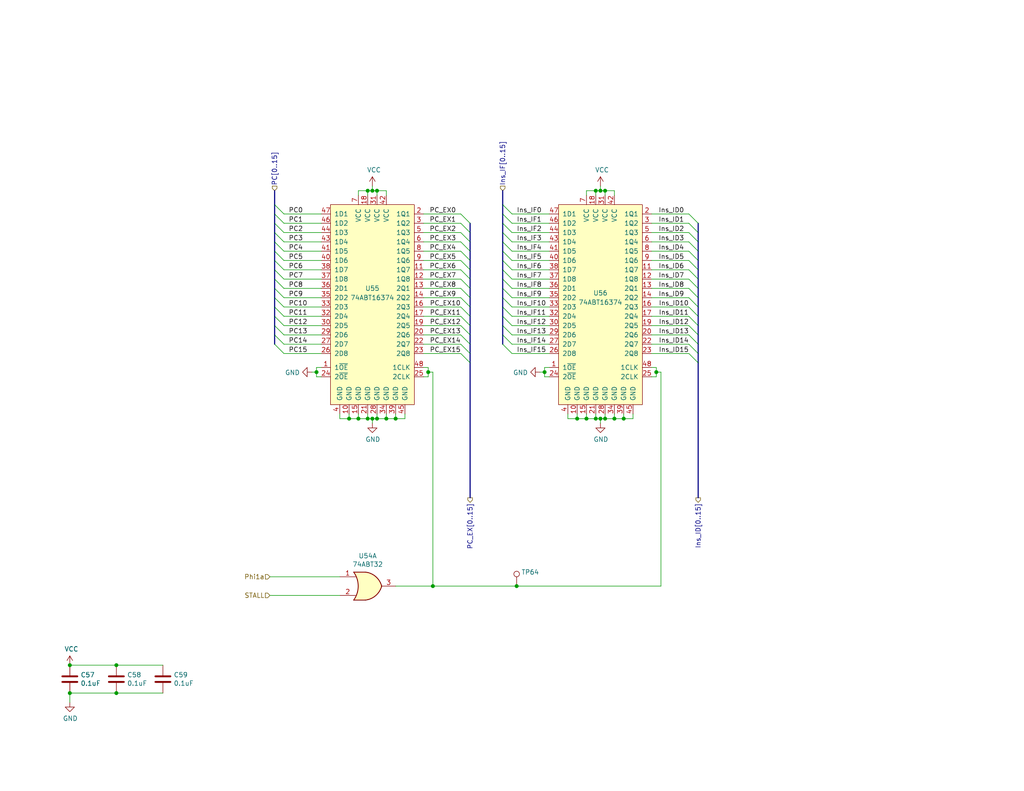
<source format=kicad_sch>
(kicad_sch (version 20230121) (generator eeschema)
  (paper "USLetter")
  (title_block (title "IF/ID") (date "2023-11-25") (rev "A") (comment 4 "Interstage pipeline registers between IF and ID"))
  (lib_symbols
    (symbol "Connector:TestPoint" (pin_numbers hide) (pin_names (offset 0.762) hide)
      (property "Reference" "TP" (at 0 6.858 0))
      (property "Value" "TestPoint" (at 0 5.08 0))
      (symbol "TestPoint_0_1"
        (circle (center 0 3.302) (radius 0.762))
      )
      (symbol "TestPoint_1_1"
        (pin passive line (at 0 0 90) (length 2.54) (name "1") (number "1"))
      )
    )
    (symbol "Device:C" (pin_numbers hide) (pin_names (offset 0.254))
      (property "Reference" "C" (at 0.635 2.54 0))
      (property "Value" "C" (at 0.635 -2.54 0))
      (symbol "C_0_1"
        (polyline (pts (xy -2.032 -0.762) (xy 2.032 -0.762)) (stroke (width 0.508)))
        (polyline (pts (xy -2.032 0.762) (xy 2.032 0.762)) (stroke (width 0.508)))
      )
      (symbol "C_1_1"
        (pin passive line (at 0 3.81 270) (length 2.794) (name "~") (number "1"))
        (pin passive line (at 0 -3.81 90) (length 2.794) (name "~") (number "2"))
      )
    )
    (symbol "Turtle16:74ABT16374" (pin_names (offset 1.016))
      (symbol "74ABT16374_0_0"
        (pin input line (at -13.97 -20.32 0) (length 2.54) (name "1~{OE}") (number "1"))
        (pin power_in line (at -6.35 -33.02 90) (length 2.54) (name "GND") (number "10"))
        (pin tri_state line (at 13.97 6.35 180) (length 2.54) (name "1Q7") (number "11"))
        (pin tri_state line (at 13.97 3.81 180) (length 2.54) (name "1Q8") (number "12"))
        (pin tri_state line (at 13.97 1.27 180) (length 2.54) (name "2Q1") (number "13"))
        (pin tri_state line (at 13.97 -1.27 180) (length 2.54) (name "2Q2") (number "14"))
        (pin power_in line (at -3.81 -33.02 90) (length 2.54) (name "GND") (number "15"))
        (pin tri_state line (at 13.97 -3.81 180) (length 2.54) (name "2Q3") (number "16"))
        (pin tri_state line (at 13.97 -6.35 180) (length 2.54) (name "2Q4") (number "17"))
        (pin power_in line (at -1.27 26.67 270) (length 2.54) (name "VCC") (number "18"))
        (pin tri_state line (at 13.97 -8.89 180) (length 2.54) (name "2Q5") (number "19"))
        (pin tri_state line (at 13.97 21.59 180) (length 2.54) (name "1Q1") (number "2"))
        (pin tri_state line (at 13.97 -11.43 180) (length 2.54) (name "2Q6") (number "20"))
        (pin power_in line (at -1.27 -33.02 90) (length 2.54) (name "GND") (number "21"))
        (pin tri_state line (at 13.97 -13.97 180) (length 2.54) (name "2Q7") (number "22"))
        (pin tri_state line (at 13.97 -16.51 180) (length 2.54) (name "2Q8") (number "23"))
        (pin input line (at -13.97 -22.86 0) (length 2.54) (name "2~{OE}") (number "24"))
        (pin input line (at 13.97 -22.86 180) (length 2.54) (name "2CLK") (number "25"))
        (pin input line (at -13.97 -16.51 0) (length 2.54) (name "2D8") (number "26"))
        (pin input line (at -13.97 -13.97 0) (length 2.54) (name "2D7") (number "27"))
        (pin power_in line (at 1.27 -33.02 90) (length 2.54) (name "GND") (number "28"))
        (pin input line (at -13.97 -11.43 0) (length 2.54) (name "2D6") (number "29"))
        (pin tri_state line (at 13.97 19.05 180) (length 2.54) (name "1Q2") (number "3"))
        (pin input line (at -13.97 -8.89 0) (length 2.54) (name "2D5") (number "30"))
        (pin power_in line (at 1.27 26.67 270) (length 2.54) (name "VCC") (number "31"))
        (pin input line (at -13.97 -6.35 0) (length 2.54) (name "2D4") (number "32"))
        (pin input line (at -13.97 -3.81 0) (length 2.54) (name "2D3") (number "33"))
        (pin power_in line (at 3.81 -33.02 90) (length 2.54) (name "GND") (number "34"))
        (pin input line (at -13.97 -1.27 0) (length 2.54) (name "2D2") (number "35"))
        (pin input line (at -13.97 1.27 0) (length 2.54) (name "2D1") (number "36"))
        (pin input line (at -13.97 3.81 0) (length 2.54) (name "1D8") (number "37"))
        (pin input line (at -13.97 6.35 0) (length 2.54) (name "1D7") (number "38"))
        (pin power_in line (at 6.35 -33.02 90) (length 2.54) (name "GND") (number "39"))
        (pin power_in line (at -8.89 -33.02 90) (length 2.54) (name "GND") (number "4"))
        (pin input line (at -13.97 8.89 0) (length 2.54) (name "1D6") (number "40"))
        (pin input line (at -13.97 11.43 0) (length 2.54) (name "1D5") (number "41"))
        (pin power_in line (at 3.81 26.67 270) (length 2.54) (name "VCC") (number "42"))
        (pin input line (at -13.97 13.97 0) (length 2.54) (name "1D4") (number "43"))
        (pin input line (at -13.97 16.51 0) (length 2.54) (name "1D3") (number "44"))
        (pin power_in line (at 8.89 -33.02 90) (length 2.54) (name "GND") (number "45"))
        (pin input line (at -13.97 19.05 0) (length 2.54) (name "1D2") (number "46"))
        (pin input line (at -13.97 21.59 0) (length 2.54) (name "1D1") (number "47"))
        (pin input line (at 13.97 -20.32 180) (length 2.54) (name "1CLK") (number "48"))
        (pin tri_state line (at 13.97 16.51 180) (length 2.54) (name "1Q3") (number "5"))
        (pin tri_state line (at 13.97 13.97 180) (length 2.54) (name "1Q4") (number "6"))
        (pin power_in line (at -3.81 26.67 270) (length 2.54) (name "VCC") (number "7"))
        (pin tri_state line (at 13.97 11.43 180) (length 2.54) (name "1Q5") (number "8"))
        (pin tri_state line (at 13.97 8.89 180) (length 2.54) (name "1Q6") (number "9"))
      )
      (symbol "74ABT16374_0_1"
        (rectangle (start -11.43 24.13) (end 11.43 -30.48) (fill (type background)))
      )
    )
    (symbol "Turtle16:74ABT32" (pin_names (offset 1.016))
      (property "Reference" "U" (at 0 1.27 0))
      (property "Value" "74ABT32" (at 0 -1.27 0))
      (symbol "74ABT32_1_1"
        (arc (start -3.81 -3.81) (mid -2.589 0) (end -3.81 3.81) (stroke (width 0.254)))
        (arc (start -0.6096 -3.81) (mid 2.1842 -2.5851) (end 3.81 0) (stroke (width 0.254)) (fill (type background)))
        (polyline (pts (xy -3.81 -3.81) (xy -0.635 -3.81)) (stroke (width 0.254)) (fill (type background)))
        (polyline (pts (xy -3.81 3.81) (xy -0.635 3.81)) (stroke (width 0.254)) (fill (type background)))
        (polyline (pts (xy -0.635 3.81) (xy -3.81 3.81) (xy -3.81 3.81) (xy -3.556 3.4036) (xy -3.0226 2.2606) (xy -2.6924 1.0414) (xy -2.6162 -0.254) (xy -2.7686 -1.4986) (xy -3.175 -2.7178) (xy -3.81 -3.81) (xy -3.81 -3.81) (xy -0.635 -3.81)) (stroke (width -25.4)) (fill (type background)))
        (arc (start 3.81 0) (mid 2.1915 2.5936) (end -0.6096 3.81) (stroke (width 0.254)) (fill (type background)))
        (pin input line (at -7.62 2.54 0) (length 4.318) (name "~") (number "1"))
        (pin input line (at -7.62 -2.54 0) (length 4.318) (name "~") (number "2"))
        (pin output line (at 7.62 0 180) (length 3.81) (name "~") (number "3"))
      )
      (symbol "74ABT32_1_2"
        (arc (start 0 -3.81) (mid 3.7934 0) (end 0 3.81) (stroke (width 0.254)) (fill (type background)))
        (polyline (pts (xy 0 3.81) (xy -3.81 3.81) (xy -3.81 -3.81) (xy 0 -3.81)) (stroke (width 0.254)) (fill (type background)))
        (pin input inverted (at -7.62 2.54 0) (length 3.81) (name "~") (number "1"))
        (pin input inverted (at -7.62 -2.54 0) (length 3.81) (name "~") (number "2"))
        (pin output inverted (at 7.62 0 180) (length 3.81) (name "~") (number "3"))
      )
      (symbol "74ABT32_2_1"
        (arc (start -3.81 -3.81) (mid -2.589 0) (end -3.81 3.81) (stroke (width 0.254)))
        (arc (start -0.6096 -3.81) (mid 2.1842 -2.5851) (end 3.81 0) (stroke (width 0.254)) (fill (type background)))
        (polyline (pts (xy -3.81 -3.81) (xy -0.635 -3.81)) (stroke (width 0.254)) (fill (type background)))
        (polyline (pts (xy -3.81 3.81) (xy -0.635 3.81)) (stroke (width 0.254)) (fill (type background)))
        (polyline (pts (xy -0.635 3.81) (xy -3.81 3.81) (xy -3.81 3.81) (xy -3.556 3.4036) (xy -3.0226 2.2606) (xy -2.6924 1.0414) (xy -2.6162 -0.254) (xy -2.7686 -1.4986) (xy -3.175 -2.7178) (xy -3.81 -3.81) (xy -3.81 -3.81) (xy -0.635 -3.81)) (stroke (width -25.4)) (fill (type background)))
        (arc (start 3.81 0) (mid 2.1915 2.5936) (end -0.6096 3.81) (stroke (width 0.254)) (fill (type background)))
        (pin input line (at -7.62 2.54 0) (length 4.318) (name "~") (number "4"))
        (pin input line (at -7.62 -2.54 0) (length 4.318) (name "~") (number "5"))
        (pin output line (at 7.62 0 180) (length 3.81) (name "~") (number "6"))
      )
      (symbol "74ABT32_2_2"
        (arc (start 0 -3.81) (mid 3.7934 0) (end 0 3.81) (stroke (width 0.254)) (fill (type background)))
        (polyline (pts (xy 0 3.81) (xy -3.81 3.81) (xy -3.81 -3.81) (xy 0 -3.81)) (stroke (width 0.254)) (fill (type background)))
        (pin input inverted (at -7.62 2.54 0) (length 3.81) (name "~") (number "4"))
        (pin input inverted (at -7.62 -2.54 0) (length 3.81) (name "~") (number "5"))
        (pin output inverted (at 7.62 0 180) (length 3.81) (name "~") (number "6"))
      )
      (symbol "74ABT32_3_1"
        (arc (start -3.81 -3.81) (mid -2.589 0) (end -3.81 3.81) (stroke (width 0.254)))
        (arc (start -0.6096 -3.81) (mid 2.1842 -2.5851) (end 3.81 0) (stroke (width 0.254)) (fill (type background)))
        (polyline (pts (xy -3.81 -3.81) (xy -0.635 -3.81)) (stroke (width 0.254)) (fill (type background)))
        (polyline (pts (xy -3.81 3.81) (xy -0.635 3.81)) (stroke (width 0.254)) (fill (type background)))
        (polyline (pts (xy -0.635 3.81) (xy -3.81 3.81) (xy -3.81 3.81) (xy -3.556 3.4036) (xy -3.0226 2.2606) (xy -2.6924 1.0414) (xy -2.6162 -0.254) (xy -2.7686 -1.4986) (xy -3.175 -2.7178) (xy -3.81 -3.81) (xy -3.81 -3.81) (xy -0.635 -3.81)) (stroke (width -25.4)) (fill (type background)))
        (arc (start 3.81 0) (mid 2.1915 2.5936) (end -0.6096 3.81) (stroke (width 0.254)) (fill (type background)))
        (pin input line (at -7.62 -2.54 0) (length 4.318) (name "~") (number "10"))
        (pin output line (at 7.62 0 180) (length 3.81) (name "~") (number "8"))
        (pin input line (at -7.62 2.54 0) (length 4.318) (name "~") (number "9"))
      )
      (symbol "74ABT32_3_2"
        (arc (start 0 -3.81) (mid 3.7934 0) (end 0 3.81) (stroke (width 0.254)) (fill (type background)))
        (polyline (pts (xy 0 3.81) (xy -3.81 3.81) (xy -3.81 -3.81) (xy 0 -3.81)) (stroke (width 0.254)) (fill (type background)))
        (pin input inverted (at -7.62 -2.54 0) (length 3.81) (name "~") (number "10"))
        (pin output inverted (at 7.62 0 180) (length 3.81) (name "~") (number "8"))
        (pin input inverted (at -7.62 2.54 0) (length 3.81) (name "~") (number "9"))
      )
      (symbol "74ABT32_4_1"
        (arc (start -3.81 -3.81) (mid -2.589 0) (end -3.81 3.81) (stroke (width 0.254)))
        (arc (start -0.6096 -3.81) (mid 2.1842 -2.5851) (end 3.81 0) (stroke (width 0.254)) (fill (type background)))
        (polyline (pts (xy -3.81 -3.81) (xy -0.635 -3.81)) (stroke (width 0.254)) (fill (type background)))
        (polyline (pts (xy -3.81 3.81) (xy -0.635 3.81)) (stroke (width 0.254)) (fill (type background)))
        (polyline (pts (xy -0.635 3.81) (xy -3.81 3.81) (xy -3.81 3.81) (xy -3.556 3.4036) (xy -3.0226 2.2606) (xy -2.6924 1.0414) (xy -2.6162 -0.254) (xy -2.7686 -1.4986) (xy -3.175 -2.7178) (xy -3.81 -3.81) (xy -3.81 -3.81) (xy -0.635 -3.81)) (stroke (width -25.4)) (fill (type background)))
        (arc (start 3.81 0) (mid 2.1915 2.5936) (end -0.6096 3.81) (stroke (width 0.254)) (fill (type background)))
        (pin output line (at 7.62 0 180) (length 3.81) (name "~") (number "11"))
        (pin input line (at -7.62 2.54 0) (length 4.318) (name "~") (number "12"))
        (pin input line (at -7.62 -2.54 0) (length 4.318) (name "~") (number "13"))
      )
      (symbol "74ABT32_4_2"
        (arc (start 0 -3.81) (mid 3.7934 0) (end 0 3.81) (stroke (width 0.254)) (fill (type background)))
        (polyline (pts (xy 0 3.81) (xy -3.81 3.81) (xy -3.81 -3.81) (xy 0 -3.81)) (stroke (width 0.254)) (fill (type background)))
        (pin output inverted (at 7.62 0 180) (length 3.81) (name "~") (number "11"))
        (pin input inverted (at -7.62 2.54 0) (length 3.81) (name "~") (number "12"))
        (pin input inverted (at -7.62 -2.54 0) (length 3.81) (name "~") (number "13"))
      )
      (symbol "74ABT32_5_0"
        (pin power_in line (at 0 12.7 270) (length 5.08) (name "VCC") (number "14"))
        (pin power_in line (at 0 -12.7 90) (length 5.08) (name "GND") (number "7"))
      )
      (symbol "74ABT32_5_1"
        (rectangle (start -5.08 7.62) (end 5.08 -7.62) (stroke (width 0.254)) (fill (type background)))
      )
    )
    (symbol "power:GND" (power) (pin_names (offset 0))
      (property "Value" "GND" (at 0 -3.81 0))
      (symbol "GND_0_1"
        (polyline (pts (xy 0 0) (xy 0 -1.27) (xy 1.27 -1.27) (xy 0 -2.54) (xy -1.27 -1.27) (xy 0 -1.27)))
      )
      (symbol "GND_1_1"
        (pin power_in line (at 0 0 270) (length 0) hide (name "GND") (number "1"))
      )
    )
    (symbol "power:VCC" (power) (pin_names (offset 0))
      (property "Value" "VCC" (at 0 3.81 0))
      (symbol "VCC_0_1"
        (polyline (pts (xy -0.762 1.27) (xy 0 2.54)))
        (polyline (pts (xy 0 0) (xy 0 2.54)))
        (polyline (pts (xy 0 2.54) (xy 0.762 1.27)))
      )
      (symbol "VCC_1_1"
        (pin power_in line (at 0 0 90) (length 0) hide (name "VCC") (number "1"))
      )
    )
  )
  (junction (at 163.83 52.07))
  (junction (at 95.25 114.3))
  (junction (at 157.48 114.3))
  (junction (at 102.87 114.3))
  (junction (at -25.4 102.87))
  (junction (at 170.18 114.3))
  (junction (at 100.33 52.07))
  (junction (at 116.84 101.6))
  (junction (at 118.11 160.02))
  (junction (at 102.87 52.07))
  (junction (at 105.41 114.3))
  (junction (at 165.1 52.07))
  (junction (at -25.4 118.11))
  (junction (at -25.4 87.63))
  (junction (at 163.83 114.3))
  (junction (at 179.07 101.6))
  (junction (at 165.1 114.3))
  (junction (at 86.36 101.6))
  (junction (at 101.6 114.3))
  (junction (at 140.97 160.02))
  (junction (at -25.4 82.55))
  (junction (at -25.4 113.03))
  (junction (at 148.59 101.6))
  (junction (at 160.02 114.3))
  (junction (at 97.79 114.3))
  (junction (at 162.56 114.3))
  (junction (at 107.95 114.3))
  (junction (at 31.75 189.23))
  (junction (at 162.56 52.07))
  (junction (at 19.05 189.23))
  (junction (at 101.6 52.07))
  (junction (at -25.4 97.79))
  (junction (at 100.33 114.3))
  (junction (at 19.05 181.61))
  (junction (at 31.75 181.61))
  (junction (at 167.64 114.3))
  (no_connect (at -7.62 85.09))
  (no_connect (at -7.62 100.33))
  (no_connect (at -7.62 115.57))
  (bus_entry (at 74.93 68.58) (size 2.54 2.54))
  (bus_entry (at 125.73 88.9) (size 2.54 2.54))
  (bus_entry (at 137.16 63.5) (size 2.54 2.54))
  (bus_entry (at 74.93 86.36) (size 2.54 2.54))
  (bus_entry (at 137.16 76.2) (size 2.54 2.54))
  (bus_entry (at 74.93 63.5) (size 2.54 2.54))
  (bus_entry (at 125.73 66.04) (size 2.54 2.54))
  (bus_entry (at 74.93 93.98) (size 2.54 2.54))
  (bus_entry (at 74.93 66.04) (size 2.54 2.54))
  (bus_entry (at 137.16 71.12) (size 2.54 2.54))
  (bus_entry (at 74.93 55.88) (size 2.54 2.54))
  (bus_entry (at 187.96 63.5) (size 2.54 2.54))
  (bus_entry (at 187.96 78.74) (size 2.54 2.54))
  (bus_entry (at 125.73 73.66) (size 2.54 2.54))
  (bus_entry (at 187.96 68.58) (size 2.54 2.54))
  (bus_entry (at 125.73 96.52) (size 2.54 2.54))
  (bus_entry (at 125.73 58.42) (size 2.54 2.54))
  (bus_entry (at 137.16 81.28) (size 2.54 2.54))
  (bus_entry (at 187.96 93.98) (size 2.54 2.54))
  (bus_entry (at 125.73 91.44) (size 2.54 2.54))
  (bus_entry (at 137.16 55.88) (size 2.54 2.54))
  (bus_entry (at 125.73 71.12) (size 2.54 2.54))
  (bus_entry (at 137.16 60.96) (size 2.54 2.54))
  (bus_entry (at 74.93 58.42) (size 2.54 2.54))
  (bus_entry (at 137.16 83.82) (size 2.54 2.54))
  (bus_entry (at 125.73 76.2) (size 2.54 2.54))
  (bus_entry (at 125.73 78.74) (size 2.54 2.54))
  (bus_entry (at 125.73 81.28) (size 2.54 2.54))
  (bus_entry (at 137.16 66.04) (size 2.54 2.54))
  (bus_entry (at 74.93 60.96) (size 2.54 2.54))
  (bus_entry (at 137.16 88.9) (size 2.54 2.54))
  (bus_entry (at 74.93 91.44) (size 2.54 2.54))
  (bus_entry (at 187.96 66.04) (size 2.54 2.54))
  (bus_entry (at 137.16 91.44) (size 2.54 2.54))
  (bus_entry (at 125.73 68.58) (size 2.54 2.54))
  (bus_entry (at 187.96 96.52) (size 2.54 2.54))
  (bus_entry (at 187.96 58.42) (size 2.54 2.54))
  (bus_entry (at 137.16 58.42) (size 2.54 2.54))
  (bus_entry (at 137.16 73.66) (size 2.54 2.54))
  (bus_entry (at 187.96 86.36) (size 2.54 2.54))
  (bus_entry (at 187.96 71.12) (size 2.54 2.54))
  (bus_entry (at 74.93 81.28) (size 2.54 2.54))
  (bus_entry (at 74.93 73.66) (size 2.54 2.54))
  (bus_entry (at 137.16 78.74) (size 2.54 2.54))
  (bus_entry (at 187.96 88.9) (size 2.54 2.54))
  (bus_entry (at 74.93 76.2) (size 2.54 2.54))
  (bus_entry (at 187.96 91.44) (size 2.54 2.54))
  (bus_entry (at 137.16 68.58) (size 2.54 2.54))
  (bus_entry (at 187.96 76.2) (size 2.54 2.54))
  (bus_entry (at 74.93 78.74) (size 2.54 2.54))
  (bus_entry (at 74.93 88.9) (size 2.54 2.54))
  (bus_entry (at 137.16 86.36) (size 2.54 2.54))
  (bus_entry (at 187.96 73.66) (size 2.54 2.54))
  (bus_entry (at 137.16 93.98) (size 2.54 2.54))
  (bus_entry (at 125.73 93.98) (size 2.54 2.54))
  (bus_entry (at 74.93 71.12) (size 2.54 2.54))
  (bus_entry (at 187.96 81.28) (size 2.54 2.54))
  (bus_entry (at 125.73 63.5) (size 2.54 2.54))
  (bus_entry (at 125.73 83.82) (size 2.54 2.54))
  (bus_entry (at 125.73 60.96) (size 2.54 2.54))
  (bus_entry (at 187.96 83.82) (size 2.54 2.54))
  (bus_entry (at 74.93 83.82) (size 2.54 2.54))
  (bus_entry (at 125.73 86.36) (size 2.54 2.54))
  (bus_entry (at 187.96 60.96) (size 2.54 2.54))
  (wire (pts (xy 139.7 66.04) (xy 149.86 66.04)))
  (wire (pts (xy 187.96 93.98) (xy 177.8 93.98)))
  (wire (pts (xy 139.7 73.66) (xy 149.86 73.66)))
  (wire (pts (xy 187.96 68.58) (xy 177.8 68.58)))
  (wire (pts (xy 179.07 101.6) (xy 180.34 101.6)))
  (bus (pts (xy 74.93 91.44) (xy 74.93 93.98)))
  (bus (pts (xy 128.27 73.66) (xy 128.27 76.2)))
  (wire (pts (xy 160.02 113.03) (xy 160.02 114.3)))
  (wire (pts (xy -22.86 113.03) (xy -25.4 113.03)))
  (wire (pts (xy 125.73 60.96) (xy 115.57 60.96)))
  (wire (pts (xy 187.96 88.9) (xy 177.8 88.9)))
  (wire (pts (xy 101.6 114.3) (xy 102.87 114.3)))
  (bus (pts (xy 137.16 76.2) (xy 137.16 78.74)))
  (wire (pts (xy -22.86 118.11) (xy -25.4 118.11)))
  (wire (pts (xy -25.4 97.79) (xy -25.4 102.87)))
  (bus (pts (xy 128.27 83.82) (xy 128.27 86.36)))
  (wire (pts (xy 187.96 58.42) (xy 177.8 58.42)))
  (wire (pts (xy 100.33 113.03) (xy 100.33 114.3)))
  (bus (pts (xy 74.93 66.04) (xy 74.93 68.58)))
  (wire (pts (xy 97.79 113.03) (xy 97.79 114.3)))
  (wire (pts (xy 31.75 189.23) (xy 19.05 189.23)))
  (bus (pts (xy 190.5 68.58) (xy 190.5 71.12)))
  (wire (pts (xy 187.96 83.82) (xy 177.8 83.82)))
  (bus (pts (xy 137.16 52.07) (xy 137.16 55.88)))
  (bus (pts (xy 137.16 63.5) (xy 137.16 66.04)))
  (wire (pts (xy 139.7 76.2) (xy 149.86 76.2)))
  (wire (pts (xy 165.1 113.03) (xy 165.1 114.3)))
  (bus (pts (xy 137.16 66.04) (xy 137.16 68.58)))
  (bus (pts (xy 74.93 68.58) (xy 74.93 71.12)))
  (bus (pts (xy 190.5 78.74) (xy 190.5 81.28)))
  (bus (pts (xy 190.5 71.12) (xy 190.5 73.66)))
  (wire (pts (xy -25.4 80.01) (xy -25.4 82.55)))
  (wire (pts (xy 163.83 114.3) (xy 163.83 115.57)))
  (wire (pts (xy 77.47 60.96) (xy 87.63 60.96)))
  (wire (pts (xy 77.47 68.58) (xy 87.63 68.58)))
  (wire (pts (xy 187.96 81.28) (xy 177.8 81.28)))
  (bus (pts (xy 137.16 58.42) (xy 137.16 60.96)))
  (bus (pts (xy 137.16 55.88) (xy 137.16 58.42)))
  (wire (pts (xy 157.48 114.3) (xy 160.02 114.3)))
  (wire (pts (xy 125.73 96.52) (xy 115.57 96.52)))
  (wire (pts (xy 77.47 86.36) (xy 87.63 86.36)))
  (wire (pts (xy 105.41 114.3) (xy 107.95 114.3)))
  (bus (pts (xy 74.93 55.88) (xy 74.93 58.42)))
  (bus (pts (xy 74.93 71.12) (xy 74.93 73.66)))
  (wire (pts (xy 157.48 113.03) (xy 157.48 114.3)))
  (wire (pts (xy 148.59 100.33) (xy 148.59 101.6)))
  (wire (pts (xy 179.07 101.6) (xy 179.07 102.87)))
  (wire (pts (xy 148.59 101.6) (xy 147.32 101.6)))
  (wire (pts (xy 102.87 114.3) (xy 105.41 114.3)))
  (wire (pts (xy 163.83 114.3) (xy 165.1 114.3)))
  (wire (pts (xy 125.73 78.74) (xy 115.57 78.74)))
  (wire (pts (xy 125.73 93.98) (xy 115.57 93.98)))
  (bus (pts (xy 190.5 93.98) (xy 190.5 96.52)))
  (wire (pts (xy 160.02 52.07) (xy 162.56 52.07)))
  (bus (pts (xy 128.27 78.74) (xy 128.27 81.28)))
  (wire (pts (xy 77.47 66.04) (xy 87.63 66.04)))
  (wire (pts (xy 165.1 52.07) (xy 167.64 52.07)))
  (wire (pts (xy 92.71 114.3) (xy 95.25 114.3)))
  (wire (pts (xy 139.7 83.82) (xy 149.86 83.82)))
  (wire (pts (xy 116.84 100.33) (xy 116.84 101.6)))
  (bus (pts (xy 137.16 83.82) (xy 137.16 86.36)))
  (wire (pts (xy 187.96 63.5) (xy 177.8 63.5)))
  (wire (pts (xy 92.71 162.56) (xy 73.66 162.56)))
  (bus (pts (xy 74.93 63.5) (xy 74.93 66.04)))
  (wire (pts (xy -22.86 87.63) (xy -25.4 87.63)))
  (bus (pts (xy 137.16 71.12) (xy 137.16 73.66)))
  (wire (pts (xy 77.47 78.74) (xy 87.63 78.74)))
  (wire (pts (xy 139.7 68.58) (xy 149.86 68.58)))
  (bus (pts (xy 128.27 96.52) (xy 128.27 99.06)))
  (wire (pts (xy 97.79 53.34) (xy 97.79 52.07)))
  (bus (pts (xy 137.16 60.96) (xy 137.16 63.5)))
  (wire (pts (xy 116.84 101.6) (xy 118.11 101.6)))
  (wire (pts (xy 163.83 50.8) (xy 163.83 52.07)))
  (wire (pts (xy 163.83 52.07) (xy 165.1 52.07)))
  (wire (pts (xy 100.33 53.34) (xy 100.33 52.07)))
  (bus (pts (xy 74.93 86.36) (xy 74.93 88.9)))
  (wire (pts (xy 100.33 52.07) (xy 101.6 52.07)))
  (wire (pts (xy 77.47 71.12) (xy 87.63 71.12)))
  (wire (pts (xy 31.75 181.61) (xy 44.45 181.61)))
  (bus (pts (xy 137.16 73.66) (xy 137.16 76.2)))
  (wire (pts (xy 125.73 81.28) (xy 115.57 81.28)))
  (bus (pts (xy 74.93 88.9) (xy 74.93 91.44)))
  (wire (pts (xy 139.7 58.42) (xy 149.86 58.42)))
  (wire (pts (xy 125.73 88.9) (xy 115.57 88.9)))
  (wire (pts (xy 110.49 114.3) (xy 110.49 113.03)))
  (bus (pts (xy 74.93 58.42) (xy 74.93 60.96)))
  (wire (pts (xy 77.47 58.42) (xy 87.63 58.42)))
  (wire (pts (xy 165.1 53.34) (xy 165.1 52.07)))
  (wire (pts (xy 149.86 100.33) (xy 148.59 100.33)))
  (bus (pts (xy 128.27 60.96) (xy 128.27 63.5)))
  (wire (pts (xy 125.73 58.42) (xy 115.57 58.42)))
  (bus (pts (xy 74.93 78.74) (xy 74.93 81.28)))
  (wire (pts (xy 187.96 96.52) (xy 177.8 96.52)))
  (wire (pts (xy 77.47 83.82) (xy 87.63 83.82)))
  (bus (pts (xy 190.5 73.66) (xy 190.5 76.2)))
  (wire (pts (xy 101.6 50.8) (xy 101.6 52.07)))
  (wire (pts (xy 139.7 81.28) (xy 149.86 81.28)))
  (wire (pts (xy 97.79 114.3) (xy 100.33 114.3)))
  (bus (pts (xy 190.5 91.44) (xy 190.5 93.98)))
  (wire (pts (xy -22.86 102.87) (xy -25.4 102.87)))
  (bus (pts (xy 128.27 71.12) (xy 128.27 73.66)))
  (bus (pts (xy 128.27 86.36) (xy 128.27 88.9)))
  (bus (pts (xy 190.5 88.9) (xy 190.5 91.44)))
  (wire (pts (xy 77.47 81.28) (xy 87.63 81.28)))
  (wire (pts (xy 140.97 160.02) (xy 180.34 160.02)))
  (wire (pts (xy 100.33 114.3) (xy 101.6 114.3)))
  (wire (pts (xy 139.7 86.36) (xy 149.86 86.36)))
  (bus (pts (xy 128.27 99.06) (xy 128.27 135.89)))
  (wire (pts (xy 139.7 91.44) (xy 149.86 91.44)))
  (wire (pts (xy 101.6 114.3) (xy 101.6 115.57)))
  (bus (pts (xy 190.5 76.2) (xy 190.5 78.74)))
  (wire (pts (xy 148.59 102.87) (xy 149.86 102.87)))
  (wire (pts (xy 162.56 114.3) (xy 163.83 114.3)))
  (wire (pts (xy 125.73 86.36) (xy 115.57 86.36)))
  (wire (pts (xy 170.18 114.3) (xy 172.72 114.3)))
  (wire (pts (xy 125.73 66.04) (xy 115.57 66.04)))
  (wire (pts (xy 187.96 71.12) (xy 177.8 71.12)))
  (wire (pts (xy 86.36 102.87) (xy 87.63 102.87)))
  (wire (pts (xy 86.36 100.33) (xy 86.36 101.6)))
  (wire (pts (xy 139.7 96.52) (xy 149.86 96.52)))
  (wire (pts (xy 187.96 76.2) (xy 177.8 76.2)))
  (wire (pts (xy 154.94 113.03) (xy 154.94 114.3)))
  (bus (pts (xy 137.16 81.28) (xy 137.16 83.82)))
  (wire (pts (xy 139.7 88.9) (xy 149.86 88.9)))
  (bus (pts (xy 137.16 88.9) (xy 137.16 91.44)))
  (wire (pts (xy 125.73 63.5) (xy 115.57 63.5)))
  (wire (pts (xy 167.64 113.03) (xy 167.64 114.3)))
  (wire (pts (xy 77.47 76.2) (xy 87.63 76.2)))
  (wire (pts (xy 187.96 86.36) (xy 177.8 86.36)))
  (wire (pts (xy 86.36 101.6) (xy 86.36 102.87)))
  (wire (pts (xy 125.73 68.58) (xy 115.57 68.58)))
  (wire (pts (xy 187.96 66.04) (xy 177.8 66.04)))
  (wire (pts (xy 77.47 96.52) (xy 87.63 96.52)))
  (wire (pts (xy 167.64 114.3) (xy 170.18 114.3)))
  (bus (pts (xy 128.27 93.98) (xy 128.27 96.52)))
  (wire (pts (xy 118.11 160.02) (xy 140.97 160.02)))
  (wire (pts (xy 97.79 52.07) (xy 100.33 52.07)))
  (bus (pts (xy 137.16 68.58) (xy 137.16 71.12)))
  (wire (pts (xy 180.34 160.02) (xy 180.34 101.6)))
  (wire (pts (xy -22.86 97.79) (xy -25.4 97.79)))
  (wire (pts (xy 92.71 113.03) (xy 92.71 114.3)))
  (wire (pts (xy 95.25 113.03) (xy 95.25 114.3)))
  (bus (pts (xy 190.5 63.5) (xy 190.5 66.04)))
  (bus (pts (xy 190.5 81.28) (xy 190.5 83.82)))
  (wire (pts (xy 125.73 76.2) (xy 115.57 76.2)))
  (wire (pts (xy 139.7 93.98) (xy 149.86 93.98)))
  (wire (pts (xy 77.47 91.44) (xy 87.63 91.44)))
  (bus (pts (xy 74.93 73.66) (xy 74.93 76.2)))
  (bus (pts (xy 190.5 86.36) (xy 190.5 88.9)))
  (bus (pts (xy 190.5 60.96) (xy 190.5 63.5)))
  (wire (pts (xy 101.6 52.07) (xy 102.87 52.07)))
  (wire (pts (xy 92.71 157.48) (xy 73.66 157.48)))
  (wire (pts (xy 125.73 83.82) (xy 115.57 83.82)))
  (bus (pts (xy 128.27 81.28) (xy 128.27 83.82)))
  (wire (pts (xy 115.57 100.33) (xy 116.84 100.33)))
  (wire (pts (xy 179.07 102.87) (xy 177.8 102.87)))
  (wire (pts (xy 77.47 63.5) (xy 87.63 63.5)))
  (bus (pts (xy 128.27 76.2) (xy 128.27 78.74)))
  (bus (pts (xy 128.27 66.04) (xy 128.27 68.58)))
  (wire (pts (xy 187.96 91.44) (xy 177.8 91.44)))
  (bus (pts (xy 190.5 66.04) (xy 190.5 68.58)))
  (wire (pts (xy 102.87 52.07) (xy 105.41 52.07)))
  (wire (pts (xy 125.73 91.44) (xy 115.57 91.44)))
  (wire (pts (xy 107.95 114.3) (xy 110.49 114.3)))
  (wire (pts (xy 107.95 113.03) (xy 107.95 114.3)))
  (bus (pts (xy 137.16 91.44) (xy 137.16 93.98)))
  (wire (pts (xy 139.7 71.12) (xy 149.86 71.12)))
  (wire (pts (xy 172.72 114.3) (xy 172.72 113.03)))
  (wire (pts (xy 187.96 73.66) (xy 177.8 73.66)))
  (wire (pts (xy 19.05 181.61) (xy 31.75 181.61)))
  (wire (pts (xy 77.47 88.9) (xy 87.63 88.9)))
  (wire (pts (xy 86.36 101.6) (xy 85.09 101.6)))
  (bus (pts (xy 190.5 83.82) (xy 190.5 86.36)))
  (bus (pts (xy 128.27 91.44) (xy 128.27 93.98)))
  (bus (pts (xy 137.16 86.36) (xy 137.16 88.9)))
  (wire (pts (xy 148.59 101.6) (xy 148.59 102.87)))
  (wire (pts (xy 167.64 52.07) (xy 167.64 53.34)))
  (wire (pts (xy 118.11 160.02) (xy 107.95 160.02)))
  (wire (pts (xy 187.96 78.74) (xy 177.8 78.74)))
  (wire (pts (xy 125.73 71.12) (xy 115.57 71.12)))
  (wire (pts (xy 77.47 93.98) (xy 87.63 93.98)))
  (wire (pts (xy 139.7 60.96) (xy 149.86 60.96)))
  (wire (pts (xy 95.25 114.3) (xy 97.79 114.3)))
  (wire (pts (xy 160.02 114.3) (xy 162.56 114.3)))
  (wire (pts (xy -25.4 118.11) (xy -25.4 124.46)))
  (wire (pts (xy 179.07 100.33) (xy 179.07 101.6)))
  (wire (pts (xy 187.96 60.96) (xy 177.8 60.96)))
  (wire (pts (xy 139.7 78.74) (xy 149.86 78.74)))
  (bus (pts (xy 137.16 78.74) (xy 137.16 81.28)))
  (bus (pts (xy 74.93 81.28) (xy 74.93 83.82)))
  (wire (pts (xy 102.87 53.34) (xy 102.87 52.07)))
  (wire (pts (xy 139.7 63.5) (xy 149.86 63.5)))
  (wire (pts (xy 160.02 53.34) (xy 160.02 52.07)))
  (wire (pts (xy 162.56 53.34) (xy 162.56 52.07)))
  (bus (pts (xy 128.27 63.5) (xy 128.27 66.04)))
  (wire (pts (xy 165.1 114.3) (xy 167.64 114.3)))
  (bus (pts (xy 128.27 88.9) (xy 128.27 91.44)))
  (wire (pts (xy 87.63 100.33) (xy 86.36 100.33)))
  (wire (pts (xy 162.56 113.03) (xy 162.56 114.3)))
  (bus (pts (xy 190.5 96.52) (xy 190.5 99.06)))
  (wire (pts (xy -25.4 87.63) (xy -25.4 97.79)))
  (bus (pts (xy 74.93 52.07) (xy 74.93 55.88)))
  (bus (pts (xy 190.5 99.06) (xy 190.5 135.89)))
  (bus (pts (xy 74.93 60.96) (xy 74.93 63.5)))
  (wire (pts (xy -25.4 113.03) (xy -25.4 118.11)))
  (wire (pts (xy 125.73 73.66) (xy 115.57 73.66)))
  (wire (pts (xy -25.4 102.87) (xy -25.4 113.03)))
  (wire (pts (xy 105.41 52.07) (xy 105.41 53.34)))
  (wire (pts (xy 170.18 113.03) (xy 170.18 114.3)))
  (wire (pts (xy -25.4 82.55) (xy -25.4 87.63)))
  (wire (pts (xy 177.8 100.33) (xy 179.07 100.33)))
  (wire (pts (xy 162.56 52.07) (xy 163.83 52.07)))
  (bus (pts (xy 74.93 83.82) (xy 74.93 86.36)))
  (wire (pts (xy 19.05 191.77) (xy 19.05 189.23)))
  (wire (pts (xy 116.84 101.6) (xy 116.84 102.87)))
  (wire (pts (xy 118.11 101.6) (xy 118.11 160.02)))
  (bus (pts (xy 128.27 68.58) (xy 128.27 71.12)))
  (wire (pts (xy 116.84 102.87) (xy 115.57 102.87)))
  (wire (pts (xy 44.45 189.23) (xy 31.75 189.23)))
  (wire (pts (xy 102.87 113.03) (xy 102.87 114.3)))
  (wire (pts (xy 105.41 113.03) (xy 105.41 114.3)))
  (wire (pts (xy 154.94 114.3) (xy 157.48 114.3)))
  (wire (pts (xy 77.47 73.66) (xy 87.63 73.66)))
  (bus (pts (xy 74.93 76.2) (xy 74.93 78.74)))
  (wire (pts (xy -22.86 82.55) (xy -25.4 82.55)))
  (label "Ins_IF3" (at 140.97 66.04 0))
  (label "Ins_IF4" (at 140.97 68.58 0))
  (label "PC_EX1" (at 124.46 60.96 180))
  (label "Ins_ID3" (at 186.69 66.04 180))
  (label "PC_EX13" (at 125.73 91.44 180))
  (label "PC6" (at 78.74 73.66 0))
  (label "PC_EX7" (at 124.46 76.2 180))
  (label "PC_EX8" (at 124.46 78.74 180))
  (label "PC_EX5" (at 124.46 71.12 180))
  (label "PC10" (at 78.74 83.82 0))
  (label "Ins_ID0" (at 186.69 58.42 180))
  (label "Ins_IF9" (at 140.97 81.28 0))
  (label "Ins_IF1" (at 140.97 60.96 0))
  (label "PC_EX2" (at 124.46 63.5 180))
  (label "Ins_IF8" (at 140.97 78.74 0))
  (label "Ins_ID6" (at 186.69 73.66 180))
  (label "PC_EX15" (at 125.73 96.52 180))
  (label "PC_EX12" (at 125.73 88.9 180))
  (label "PC13" (at 78.74 91.44 0))
  (label "PC_EX6" (at 124.46 73.66 180))
  (label "Ins_ID2" (at 186.69 63.5 180))
  (label "PC9" (at 78.74 81.28 0))
  (label "PC3" (at 78.74 66.04 0))
  (label "Ins_IF13" (at 140.97 91.44 0))
  (label "PC12" (at 78.74 88.9 0))
  (label "Ins_ID15" (at 187.96 96.52 180))
  (label "PC8" (at 78.74 78.74 0))
  (label "Ins_ID11" (at 187.96 86.36 180))
  (label "PC2" (at 78.74 63.5 0))
  (label "Ins_ID9" (at 186.69 81.28 180))
  (label "Ins_ID7" (at 186.69 76.2 180))
  (label "Ins_IF6" (at 140.97 73.66 0))
  (label "Ins_IF12" (at 140.97 88.9 0))
  (label "PC11" (at 78.74 86.36 0))
  (label "PC7" (at 78.74 76.2 0))
  (label "PC0" (at 78.74 58.42 0))
  (label "Ins_ID14" (at 187.96 93.98 180))
  (label "PC1" (at 78.74 60.96 0))
  (label "Ins_ID10" (at 187.96 83.82 180))
  (label "PC_EX4" (at 124.46 68.58 180))
  (label "Ins_IF11" (at 140.97 86.36 0))
  (label "Ins_ID5" (at 186.69 71.12 180))
  (label "Ins_IF14" (at 140.97 93.98 0))
  (label "Ins_ID13" (at 187.96 91.44 180))
  (label "Ins_IF5" (at 140.97 71.12 0))
  (label "PC_EX9" (at 124.46 81.28 180))
  (label "PC4" (at 78.74 68.58 0))
  (label "Ins_ID4" (at 186.69 68.58 180))
  (label "PC_EX14" (at 125.73 93.98 180))
  (label "Ins_IF15" (at 140.97 96.52 0))
  (label "Ins_IF2" (at 140.97 63.5 0))
  (label "Ins_IF0" (at 140.97 58.42 0))
  (label "Ins_IF7" (at 140.97 76.2 0))
  (label "PC_EX10" (at 125.73 83.82 180))
  (label "Ins_IF10" (at 140.97 83.82 0))
  (label "PC14" (at 78.74 93.98 0))
  (label "Ins_ID8" (at 186.69 78.74 180))
  (label "PC15" (at 78.74 96.52 0))
  (label "PC5" (at 78.74 71.12 0))
  (label "Ins_ID1" (at 186.69 60.96 180))
  (label "Ins_ID12" (at 187.96 88.9 180))
  (label "PC_EX3" (at 124.46 66.04 180))
  (label "PC_EX11" (at 125.73 86.36 180))
  (label "PC_EX0" (at 124.46 58.42 180))
  (hierarchical_label "Ins_IF[0..15]" (shape input) (at 137.16 52.07 90))
  (hierarchical_label "Phi1a" (shape input) (at 73.66 157.48 180))
  (hierarchical_label "STALL" (shape input) (at 73.66 162.56 180))
  (hierarchical_label "PC[0..15]" (shape input) (at 74.93 52.07 90))
  (hierarchical_label "PC_EX[0..15]" (shape output) (at 128.27 135.89 270))
  (hierarchical_label "Ins_ID[0..15]" (shape output) (at 190.5 135.89 270))
  (symbol (lib_id "power:GND") (at 85.09 101.6 270) (unit 1)
    (property "Reference" "#PWR0354" (effects hide))
    (property "Value" "GND" (at 81.8388 101.727 90) (effects (justify right)))
  )
  (symbol (lib_id "power:VCC") (at 101.6 50.8 0) (unit 1)
    (property "Reference" "#PWR0355" (effects hide))
    (property "Value" "VCC" (at 102.0318 46.4058 0))
  )
  (symbol (lib_id "Device:C") (at 19.05 185.42 0) (unit 1)
    (property "Reference" "C57" (at 21.971 184.2516 0) (effects (justify left)))
    (property "Value" "0.1uF" (at 21.971 186.563 0) (effects (justify left)))
    (property "Footprint" "Capacitor_SMD:C_0603_1608Metric" (effects hide))
    (property "Datasheet" "https://www.mouser.com/datasheet/2/396/taiyo_yuden_12132018_mlcc11_hq_e-1510082.pdf" (effects hide))
    (property "Manufacturer" "Taiyo Yuden" (effects hide))
    (property "Manufacturer#" "EMK107B7104KAHT" (effects hide))
    (property "Mouser#" "963-EMK107B7104KAHT" (effects hide))
    (property "Digikey#" "587-6004-1-ND" (effects hide))
  )
  (symbol (lib_id "Device:C") (at 31.75 185.42 0) (unit 1)
    (property "Reference" "C58" (at 34.671 184.2516 0) (effects (justify left)))
    (property "Value" "0.1uF" (at 34.671 186.563 0) (effects (justify left)))
    (property "Footprint" "Capacitor_SMD:C_0603_1608Metric" (effects hide))
    (property "Datasheet" "https://www.mouser.com/datasheet/2/396/taiyo_yuden_12132018_mlcc11_hq_e-1510082.pdf" (effects hide))
    (property "Manufacturer" "Taiyo Yuden" (effects hide))
    (property "Manufacturer#" "EMK107B7104KAHT" (effects hide))
    (property "Mouser#" "963-EMK107B7104KAHT" (effects hide))
    (property "Digikey#" "587-6004-1-ND" (effects hide))
  )
  (symbol (lib_id "power:VCC") (at 19.05 181.61 0) (unit 1)
    (property "Reference" "#PWR0352" (effects hide))
    (property "Value" "VCC" (at 19.4818 177.2158 0))
  )
  (symbol (lib_id "power:GND") (at 19.05 191.77 0) (unit 1)
    (property "Reference" "#PWR0353" (effects hide))
    (property "Value" "GND" (at 19.177 196.1642 0))
  )
  (symbol (lib_id "power:GND") (at 147.32 101.6 270) (unit 1)
    (property "Reference" "#PWR0357" (effects hide))
    (property "Value" "GND" (at 144.0688 101.727 90) (effects (justify right)))
  )
  (symbol (lib_id "power:GND") (at 101.6 115.57 0) (unit 1)
    (property "Reference" "#PWR0356" (effects hide))
    (property "Value" "GND" (at 101.727 119.9642 0))
  )
  (symbol (lib_id "Device:C") (at 44.45 185.42 0) (unit 1)
    (property "Reference" "C59" (at 47.371 184.2516 0) (effects (justify left)))
    (property "Value" "0.1uF" (at 47.371 186.563 0) (effects (justify left)))
    (property "Footprint" "Capacitor_SMD:C_0603_1608Metric" (effects hide))
    (property "Datasheet" "https://www.mouser.com/datasheet/2/396/taiyo_yuden_12132018_mlcc11_hq_e-1510082.pdf" (effects hide))
    (property "Manufacturer" "Taiyo Yuden" (effects hide))
    (property "Manufacturer#" "EMK107B7104KAHT" (effects hide))
    (property "Mouser#" "963-EMK107B7104KAHT" (effects hide))
    (property "Digikey#" "587-6004-1-ND" (effects hide))
  )
  (symbol (lib_id "power:VCC") (at -25.4 80.01 0) (unit 1)
    (property "Reference" "#PWR0350" (effects hide))
    (property "Value" "VCC" (at -24.9682 75.6158 0))
  )
  (symbol (lib_id "power:GND") (at -25.4 149.86 0) (unit 1)
    (property "Reference" "#PWR0351" (effects hide))
    (property "Value" "GND" (at -25.273 154.2542 0))
  )
  (symbol (lib_id "Turtle16:74ABT16374") (at 101.6 80.01 0) (unit 1)
    (property "Reference" "U55" (at 101.6 78.74 0))
    (property "Value" "74ABT16374" (at 101.6 81.28 0))
    (property "Footprint" "Package_SO:TSSOP-48_6.1x12.5mm_P0.5mm" (effects hide))
    (property "Datasheet" "https://www.ti.com/general/docs/suppproductinfo.tsp?distId=26&gotoUrl=https://www.ti.com/lit/gpn/sn74abt16374a" (effects hide))
    (property "Manufacturer" "Texas Instruments" (effects hide))
    (property "Manufacturer#" "SN74ABT16374ADGGR" (effects hide))
    (property "Mouser#" "595-SNABT16374ADGGR" (effects hide))
    (property "Digikey#" "296-3900-1-ND" (effects hide))
  )
  (symbol (lib_id "power:VCC") (at 163.83 50.8 0) (unit 1)
    (property "Reference" "#PWR0358" (effects hide))
    (property "Value" "VCC" (at 164.2618 46.4058 0))
  )
  (symbol (lib_id "power:GND") (at 163.83 115.57 0) (unit 1)
    (property "Reference" "#PWR0359" (effects hide))
    (property "Value" "GND" (at 163.957 119.9642 0))
  )
  (symbol (lib_id "Turtle16:74ABT16374") (at 163.83 80.01 0) (unit 1)
    (property "Reference" "U56" (at 163.83 80.01 0))
    (property "Value" "74ABT16374" (at 163.83 82.55 0))
    (property "Footprint" "Package_SO:TSSOP-48_6.1x12.5mm_P0.5mm" (effects hide))
    (property "Datasheet" "https://www.ti.com/general/docs/suppproductinfo.tsp?distId=26&gotoUrl=https://www.ti.com/lit/gpn/sn74abt16374a" (effects hide))
    (property "Manufacturer" "Texas Instruments" (effects hide))
    (property "Manufacturer#" "SN74ABT16374ADGGR" (effects hide))
    (property "Mouser#" "595-SNABT16374ADGGR" (effects hide))
    (property "Digikey#" "296-3900-1-ND" (effects hide))
  )
  (symbol (lib_id "Turtle16:74ABT32") (at 100.33 160.02 0) (unit 1)
    (property "Reference" "U54" (at 100.33 151.765 0))
    (property "Value" "74ABT32" (at 100.33 154.0764 0))
    (property "Footprint" "Package_SO:TSSOP-14_4.4x5mm_P0.65mm" (effects hide))
    (property "Datasheet" "https://www.mouser.com/datasheet/2/916/74ABT32-2937354.pdf" (effects hide))
    (property "Manufacturer" "Nexperia" (effects hide))
    (property "Manufacturer#" "74ABT32PW,118" (effects hide))
    (property "Mouser#" "771-ABT32PW118" (effects hide))
    (property "Digikey#" "1727-6509-1-ND" (effects hide))
  )
  (symbol (lib_id "Turtle16:74ABT32") (at -15.24 85.09 0) (unit 2)
    (property "Reference" "U54" (at -15.24 76.835 0))
    (property "Value" "74ABT32" (at -15.24 79.1464 0))
    (property "Footprint" "Package_SO:TSSOP-14_4.4x5mm_P0.65mm" (effects hide))
    (property "Datasheet" "https://www.mouser.com/datasheet/2/916/74ABT32-2937354.pdf" (effects hide))
    (property "Manufacturer" "Nexperia" (effects hide))
    (property "Manufacturer#" "74ABT32PW,118" (effects hide))
    (property "Mouser#" "771-ABT32PW118" (effects hide))
    (property "Digikey#" "1727-6509-1-ND" (effects hide))
  )
  (symbol (lib_id "Turtle16:74ABT32") (at -15.24 100.33 0) (unit 3)
    (property "Reference" "U54" (at -15.24 92.075 0))
    (property "Value" "74ABT32" (at -15.24 94.3864 0))
    (property "Footprint" "Package_SO:TSSOP-14_4.4x5mm_P0.65mm" (effects hide))
    (property "Datasheet" "https://www.mouser.com/datasheet/2/916/74ABT32-2937354.pdf" (effects hide))
    (property "Manufacturer" "Nexperia" (effects hide))
    (property "Manufacturer#" "74ABT32PW,118" (effects hide))
    (property "Mouser#" "771-ABT32PW118" (effects hide))
    (property "Digikey#" "1727-6509-1-ND" (effects hide))
  )
  (symbol (lib_id "Turtle16:74ABT32") (at -15.24 115.57 0) (unit 4)
    (property "Reference" "U54" (at -15.24 107.315 0))
    (property "Value" "74ABT32" (at -15.24 109.6264 0))
    (property "Footprint" "Package_SO:TSSOP-14_4.4x5mm_P0.65mm" (effects hide))
    (property "Datasheet" "https://www.mouser.com/datasheet/2/916/74ABT32-2937354.pdf" (effects hide))
    (property "Manufacturer" "Nexperia" (effects hide))
    (property "Manufacturer#" "74ABT32PW,118" (effects hide))
    (property "Mouser#" "771-ABT32PW118" (effects hide))
    (property "Digikey#" "1727-6509-1-ND" (effects hide))
  )
  (symbol (lib_id "Turtle16:74ABT32") (at -25.4 137.16 0) (unit 5)
    (property "Reference" "U54" (at -19.558 135.9916 0) (effects (justify left)))
    (property "Value" "74ABT32" (at -19.558 138.303 0) (effects (justify left)))
    (property "Footprint" "Package_SO:TSSOP-14_4.4x5mm_P0.65mm" (effects hide))
    (property "Datasheet" "https://www.mouser.com/datasheet/2/916/74ABT32-2937354.pdf" (effects hide))
    (property "Manufacturer" "Nexperia" (effects hide))
    (property "Manufacturer#" "74ABT32PW,118" (effects hide))
    (property "Mouser#" "771-ABT32PW118" (effects hide))
    (property "Digikey#" "1727-6509-1-ND" (effects hide))
  )
  (symbol (lib_id "Connector:TestPoint") (at 140.97 160.02 0) (unit 1) (in_bom no)
    (property "Reference" "TP64" (at 142.24 156.21 0) (effects (justify left)))
    (property "Value" "CLK" (effects hide))
    (property "Footprint" "TestPoint:TestPoint_Pad_D1.0mm" (effects hide))
  )
)
</source>
